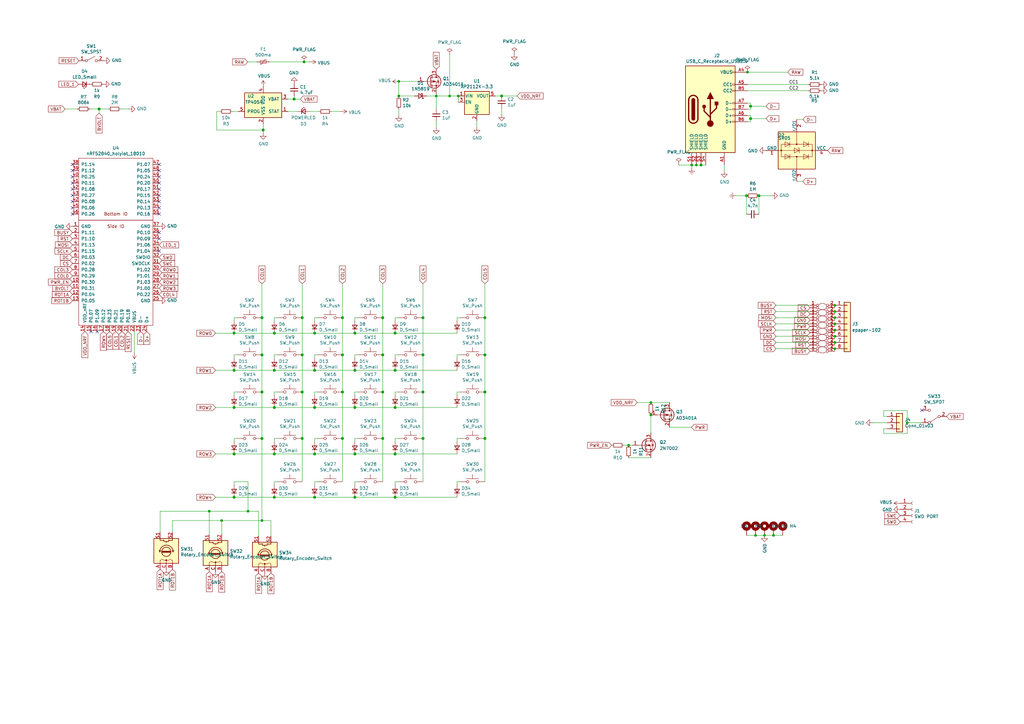
<source format=kicad_sch>
(kicad_sch (version 20211123) (generator eeschema)
  (paper "A3")
  (title_block (title "Hakea Wireless Keyboard") (date "2022-01-09") (rev "1.0") (company "TKW"))
  (junction (at 173.482 145.542) (diameter 1.016))
  (junction (at 173.482 179.832) (diameter 1.016))
  (junction (at 112.522 203.962) (diameter 1.016))
  (junction (at 162.052 186.182) (diameter 1.016))
  (junction (at 307.848 48.641) (diameter 1.016))
  (junction (at 101.727 209.677))
  (junction (at 145.542 167.132) (diameter 1.016))
  (junction (at 163.576 33.401))
  (junction (at 317.246 219.583))
  (junction (at 85.852 209.677))
  (junction (at 342.392 143.002))
  (junction (at 112.522 136.652) (diameter 1.016))
  (junction (at 187.96 39.37))
  (junction (at 342.392 127.762))
  (junction (at 342.392 140.462))
  (junction (at 287.528 67.691))
  (junction (at 112.522 186.182) (diameter 1.016))
  (junction (at 342.392 125.222))
  (junction (at 90.932 213.487))
  (junction (at 163.576 39.37))
  (junction (at 198.882 145.542) (diameter 1.016))
  (junction (at 307.848 43.561) (diameter 1.016))
  (junction (at 107.442 130.302) (diameter 1.016))
  (junction (at 107.442 145.542) (diameter 1.016))
  (junction (at 129.032 203.962) (diameter 1.016))
  (junction (at 311.277 80.264) (diameter 1.016))
  (junction (at 162.052 167.132) (diameter 1.016))
  (junction (at 309.88 219.583))
  (junction (at 162.052 203.962) (diameter 1.016))
  (junction (at 140.462 130.302) (diameter 1.016))
  (junction (at 96.012 186.182) (diameter 1.016))
  (junction (at 266.954 165.1))
  (junction (at 123.952 179.832) (diameter 1.016))
  (junction (at 140.462 179.832) (diameter 1.016))
  (junction (at 162.052 151.892) (diameter 1.016))
  (junction (at 123.952 160.782) (diameter 1.016))
  (junction (at 140.462 145.542) (diameter 1.016))
  (junction (at 283.718 67.691))
  (junction (at 342.392 137.922))
  (junction (at 107.95 53.34) (diameter 1.016))
  (junction (at 96.012 136.652) (diameter 1.016))
  (junction (at 107.442 179.832) (diameter 1.016))
  (junction (at 342.392 135.382))
  (junction (at 129.032 136.652) (diameter 1.016))
  (junction (at 112.522 167.132) (diameter 1.016))
  (junction (at 156.972 145.542) (diameter 1.016))
  (junction (at 306.578 29.591))
  (junction (at 156.972 130.302) (diameter 1.016))
  (junction (at 112.522 151.892) (diameter 1.016))
  (junction (at 120.65 40.64) (diameter 1.016))
  (junction (at 257.81 182.626))
  (junction (at 96.012 167.132) (diameter 1.016))
  (junction (at 129.032 186.182) (diameter 1.016))
  (junction (at 129.032 151.892) (diameter 1.016))
  (junction (at 198.882 160.782) (diameter 1.016))
  (junction (at 173.482 160.782) (diameter 1.016))
  (junction (at 198.882 179.832) (diameter 1.016))
  (junction (at 96.012 203.962) (diameter 1.016))
  (junction (at 198.882 130.302) (diameter 1.016))
  (junction (at 266.954 170.18))
  (junction (at 107.442 160.782) (diameter 1.016))
  (junction (at 173.482 130.302) (diameter 1.016))
  (junction (at 40.64 44.704) (diameter 1.016))
  (junction (at 145.542 136.652) (diameter 1.016))
  (junction (at 178.943 39.37))
  (junction (at 306.197 80.264) (diameter 1.016))
  (junction (at 124.714 25.4))
  (junction (at 313.563 219.583))
  (junction (at 342.392 130.302))
  (junction (at 145.542 186.182) (diameter 1.016))
  (junction (at 372.11 173.355))
  (junction (at 123.952 130.302) (diameter 1.016))
  (junction (at 140.462 160.782) (diameter 1.016))
  (junction (at 162.052 136.652) (diameter 1.016))
  (junction (at 145.542 151.892) (diameter 1.016))
  (junction (at 285.623 67.691))
  (junction (at 96.012 151.892) (diameter 1.016))
  (junction (at 107.442 213.487))
  (junction (at 129.032 167.132) (diameter 1.016))
  (junction (at 184.404 39.37))
  (junction (at 123.952 145.542) (diameter 1.016))
  (junction (at 156.972 160.782) (diameter 1.016))
  (junction (at 205.74 39.37) (diameter 1.016))
  (junction (at 145.542 203.962) (diameter 1.016))
  (junction (at 156.972 179.832) (diameter 1.016))
  (junction (at 342.392 132.842))
  (no_connect (at 378.079 168.275))
  (no_connect (at 65.278 102.997))
  (no_connect (at 29.718 72.517))
  (no_connect (at 29.718 69.977))
  (no_connect (at 29.718 77.597))
  (no_connect (at 29.718 75.057))
  (no_connect (at 29.718 67.437))
  (no_connect (at 65.278 72.517))
  (no_connect (at 65.278 75.057))
  (no_connect (at 65.278 77.597))
  (no_connect (at 65.278 82.677))
  (no_connect (at 65.278 67.437))
  (no_connect (at 65.278 69.977))
  (no_connect (at 65.278 80.137))
  (no_connect (at 65.278 85.217))
  (no_connect (at 65.278 87.757))
  (no_connect (at 29.718 80.137))
  (no_connect (at 29.718 82.677))
  (no_connect (at 29.718 85.217))
  (no_connect (at 29.718 87.757))
  (no_connect (at 37.338 136.017))
  (no_connect (at 39.878 136.017))
  (no_connect (at 65.278 95.377))
  (no_connect (at 65.278 97.917))
  (wire (pts (xy 318.262 143.002) (xy 332.232 143.002)))
  (wire (pts (xy 123.952 179.832) (xy 123.952 197.612)))
  (wire (pts (xy 156.972 130.302) (xy 156.972 145.542)))
  (wire (pts (xy 306.197 219.583) (xy 309.88 219.583)))
  (wire (pts (xy 187.452 197.612) (xy 188.722 197.612)))
  (wire (pts (xy 307.848 42.291) (xy 307.848 43.561)))
  (wire (pts (xy 306.578 42.291) (xy 307.848 42.291)))
  (wire (pts (xy 112.522 181.102) (xy 112.522 179.832)))
  (wire (pts (xy 36.83 44.704) (xy 40.64 44.704)))
  (wire (pts (xy 129.032 151.892) (xy 145.542 151.892)))
  (wire (pts (xy 163.576 33.401) (xy 171.323 33.401)))
  (wire (pts (xy 318.262 130.302) (xy 332.232 130.302)))
  (wire (pts (xy 88.392 167.132) (xy 96.012 167.132)))
  (wire (pts (xy 129.032 160.782) (xy 130.302 160.782)))
  (wire (pts (xy 129.032 181.102) (xy 129.032 179.832)))
  (wire (pts (xy 120.65 40.64) (xy 123.19 40.64)))
  (wire (pts (xy 95.25 45.72) (xy 97.79 45.72)))
  (wire (pts (xy 140.462 179.832) (xy 140.462 197.612)))
  (wire (pts (xy 140.462 130.302) (xy 140.462 145.542)))
  (wire (pts (xy 101.727 197.612) (xy 101.727 209.677)))
  (wire (pts (xy 88.9 45.72) (xy 88.9 53.34)))
  (wire (pts (xy 195.58 49.53) (xy 195.58 52.197)))
  (wire (pts (xy 96.012 130.302) (xy 97.282 130.302)))
  (wire (pts (xy 112.522 198.882) (xy 112.522 197.612)))
  (wire (pts (xy 307.848 43.561) (xy 314.198 43.561)))
  (wire (pts (xy 40.64 44.704) (xy 40.64 46.482)))
  (wire (pts (xy 198.882 145.542) (xy 198.882 160.782)))
  (wire (pts (xy 96.012 145.542) (xy 97.282 145.542)))
  (wire (pts (xy 311.277 87.884) (xy 311.277 80.264)))
  (wire (pts (xy 65.659 218.313) (xy 65.659 209.677)))
  (wire (pts (xy 49.53 44.704) (xy 52.832 44.704)))
  (wire (pts (xy 318.262 125.222) (xy 332.232 125.222)))
  (wire (pts (xy 307.848 44.831) (xy 306.578 44.831)))
  (wire (pts (xy 306.197 80.264) (xy 306.197 87.884)))
  (wire (pts (xy 88.392 136.652) (xy 96.012 136.652)))
  (wire (pts (xy 145.542 146.812) (xy 145.542 145.542)))
  (wire (pts (xy 187.452 181.102) (xy 187.452 179.832)))
  (wire (pts (xy 342.392 125.222) (xy 342.392 126.238)))
  (wire (pts (xy 112.522 136.652) (xy 129.032 136.652)))
  (wire (pts (xy 96.012 186.182) (xy 112.522 186.182)))
  (wire (pts (xy 306.578 47.371) (xy 307.848 47.371)))
  (wire (pts (xy 178.943 49.784) (xy 178.943 52.324)))
  (wire (pts (xy 123.952 116.332) (xy 123.952 130.302)))
  (wire (pts (xy 70.739 213.487) (xy 90.932 213.487)))
  (wire (pts (xy 162.052 145.542) (xy 163.322 145.542)))
  (wire (pts (xy 118.11 40.64) (xy 120.65 40.64)))
  (wire (pts (xy 112.522 131.572) (xy 112.522 130.302)))
  (wire (pts (xy 106.045 219.837) (xy 106.045 209.677)))
  (wire (pts (xy 112.522 197.612) (xy 113.792 197.612)))
  (wire (pts (xy 162.052 197.612) (xy 163.322 197.612)))
  (wire (pts (xy 372.11 173.355) (xy 378.079 173.355)))
  (wire (pts (xy 163.576 33.401) (xy 163.576 39.37)))
  (wire (pts (xy 283.591 175.26) (xy 274.574 175.26)))
  (wire (pts (xy 257.81 187.706) (xy 266.954 187.706)))
  (wire (pts (xy 65.659 209.677) (xy 85.852 209.677)))
  (wire (pts (xy 129.032 131.572) (xy 129.032 130.302)))
  (wire (pts (xy 85.852 219.202) (xy 85.852 209.677)))
  (wire (pts (xy 162.052 181.102) (xy 162.052 179.832)))
  (wire (pts (xy 184.404 22.479) (xy 184.404 39.37)))
  (wire (pts (xy 145.542 197.612) (xy 146.812 197.612)))
  (wire (pts (xy 257.81 182.626) (xy 259.334 182.626)))
  (wire (pts (xy 129.032 162.052) (xy 129.032 160.782)))
  (wire (pts (xy 145.542 186.182) (xy 162.052 186.182)))
  (wire (pts (xy 96.012 198.882) (xy 96.012 197.612)))
  (wire (pts (xy 285.623 67.691) (xy 287.528 67.691)))
  (wire (pts (xy 163.576 39.37) (xy 163.576 39.624)))
  (wire (pts (xy 162.052 160.782) (xy 163.322 160.782)))
  (wire (pts (xy 342.392 132.842) (xy 342.392 133.858)))
  (wire (pts (xy 96.012 136.652) (xy 112.522 136.652)))
  (wire (pts (xy 145.542 162.052) (xy 145.542 160.782)))
  (wire (pts (xy 205.74 44.45) (xy 205.74 46.99)))
  (wire (pts (xy 156.972 116.332) (xy 156.972 130.302)))
  (wire (pts (xy 90.932 213.487) (xy 107.442 213.487)))
  (wire (pts (xy 342.392 143.002) (xy 342.392 144.018)))
  (wire (pts (xy 140.462 145.542) (xy 140.462 160.782)))
  (wire (pts (xy 198.882 179.832) (xy 198.882 197.612)))
  (wire (pts (xy 55.118 144.653) (xy 55.118 136.017)))
  (wire (pts (xy 357.886 173.355) (xy 363.855 173.355)))
  (wire (pts (xy 163.576 44.704) (xy 163.576 47.244)))
  (wire (pts (xy 96.012 131.572) (xy 96.012 130.302)))
  (wire (pts (xy 111.125 213.487) (xy 107.442 213.487)))
  (wire (pts (xy 187.452 146.812) (xy 187.452 145.542)))
  (wire (pts (xy 342.392 130.302) (xy 342.392 131.318)))
  (wire (pts (xy 156.972 145.542) (xy 156.972 160.782)))
  (wire (pts (xy 101.6 25.4) (xy 105.41 25.4)))
  (wire (pts (xy 156.972 160.782) (xy 156.972 179.832)))
  (wire (pts (xy 145.542 160.782) (xy 146.812 160.782)))
  (wire (pts (xy 145.542 203.962) (xy 162.052 203.962)))
  (wire (pts (xy 162.052 146.812) (xy 162.052 145.542)))
  (wire (pts (xy 118.11 45.72) (xy 121.92 45.72)))
  (wire (pts (xy 107.95 50.8) (xy 107.95 53.34)))
  (wire (pts (xy 96.012 197.612) (xy 101.727 197.612)))
  (wire (pts (xy 90.17 45.72) (xy 88.9 45.72)))
  (wire (pts (xy 261.366 165.1) (xy 266.954 165.1)))
  (wire (pts (xy 40.64 44.704) (xy 44.45 44.704)))
  (wire (pts (xy 96.012 203.962) (xy 112.522 203.962)))
  (wire (pts (xy 175.006 39.37) (xy 178.943 39.37)))
  (wire (pts (xy 173.482 116.332) (xy 173.482 130.302)))
  (wire (pts (xy 163.576 39.37) (xy 169.926 39.37)))
  (wire (pts (xy 326.771 74.422) (xy 329.311 74.422)))
  (wire (pts (xy 107.95 53.34) (xy 107.95 54.61)))
  (wire (pts (xy 178.943 39.37) (xy 178.943 44.704)))
  (wire (pts (xy 145.542 136.652) (xy 162.052 136.652)))
  (wire (pts (xy 96.012 162.052) (xy 96.012 160.782)))
  (wire (pts (xy 162.052 186.182) (xy 187.452 186.182)))
  (wire (pts (xy 173.482 160.782) (xy 173.482 179.832)))
  (wire (pts (xy 145.542 151.892) (xy 162.052 151.892)))
  (wire (pts (xy 283.718 67.691) (xy 285.623 67.691)))
  (wire (pts (xy 85.852 209.677) (xy 101.727 209.677)))
  (wire (pts (xy 123.952 160.782) (xy 123.952 179.832)))
  (wire (pts (xy 124.714 25.4) (xy 127 25.4)))
  (wire (pts (xy 145.542 181.102) (xy 145.542 179.832)))
  (wire (pts (xy 255.905 182.626) (xy 257.81 182.626)))
  (wire (pts (xy 145.542 179.832) (xy 146.812 179.832)))
  (wire (pts (xy 107.442 116.332) (xy 107.442 130.302)))
  (wire (pts (xy 129.032 167.132) (xy 145.542 167.132)))
  (wire (pts (xy 301.752 80.264) (xy 306.197 80.264)))
  (wire (pts (xy 145.542 145.542) (xy 146.812 145.542)))
  (wire (pts (xy 283.718 67.691) (xy 278.384 67.691)))
  (wire (pts (xy 205.74 39.37) (xy 212.09 39.37)))
  (wire (pts (xy 123.952 130.302) (xy 123.952 145.542)))
  (wire (pts (xy 187.452 131.572) (xy 187.452 130.302)))
  (wire (pts (xy 112.522 203.962) (xy 129.032 203.962)))
  (wire (pts (xy 287.528 67.691) (xy 289.433 67.691)))
  (wire (pts (xy 107.442 160.782) (xy 107.442 179.832)))
  (wire (pts (xy 266.954 165.1) (xy 274.574 165.1)))
  (wire (pts (xy 187.452 179.832) (xy 188.722 179.832)))
  (wire (pts (xy 318.262 137.922) (xy 332.232 137.922)))
  (wire (pts (xy 323.088 29.591) (xy 306.578 29.591)))
  (wire (pts (xy 283.718 68.961) (xy 283.718 67.691)))
  (wire (pts (xy 362.458 177.8) (xy 372.11 177.8)))
  (wire (pts (xy 112.522 146.812) (xy 112.522 145.542)))
  (wire (pts (xy 107.442 179.832) (xy 107.442 213.487)))
  (wire (pts (xy 156.972 179.832) (xy 156.972 197.612)))
  (wire (pts (xy 306.578 34.671) (xy 331.597 34.671)))
  (wire (pts (xy 317.246 219.583) (xy 321.056 219.583)))
  (wire (pts (xy 96.012 151.892) (xy 112.522 151.892)))
  (wire (pts (xy 129.032 146.812) (xy 129.032 145.542)))
  (wire (pts (xy 184.404 39.37) (xy 187.96 39.37)))
  (wire (pts (xy 129.032 130.302) (xy 130.302 130.302)))
  (wire (pts (xy 96.012 167.132) (xy 112.522 167.132)))
  (wire (pts (xy 203.2 39.37) (xy 205.74 39.37)))
  (wire (pts (xy 162.052 131.572) (xy 162.052 130.302)))
  (wire (pts (xy 145.542 167.132) (xy 162.052 167.132)))
  (wire (pts (xy 110.49 25.4) (xy 124.714 25.4)))
  (wire (pts (xy 318.262 132.842) (xy 332.232 132.842)))
  (wire (pts (xy 106.045 209.677) (xy 101.727 209.677)))
  (wire (pts (xy 178.943 38.481) (xy 178.943 39.37)))
  (wire (pts (xy 162.052 179.832) (xy 163.322 179.832)))
  (wire (pts (xy 127 45.72) (xy 130.81 45.72)))
  (wire (pts (xy 313.563 219.583) (xy 317.246 219.583)))
  (wire (pts (xy 342.392 140.462) (xy 342.392 141.478)))
  (wire (pts (xy 120.65 39.37) (xy 120.65 40.64)))
  (wire (pts (xy 342.392 137.922) (xy 342.392 138.938)))
  (wire (pts (xy 70.739 218.313) (xy 70.739 213.487)))
  (wire (pts (xy 107.442 130.302) (xy 107.442 145.542)))
  (wire (pts (xy 307.848 47.371) (xy 307.848 48.641)))
  (wire (pts (xy 198.882 160.782) (xy 198.882 179.832)))
  (wire (pts (xy 178.943 39.37) (xy 184.404 39.37)))
  (wire (pts (xy 187.452 160.782) (xy 188.722 160.782)))
  (wire (pts (xy 107.442 145.542) (xy 107.442 160.782)))
  (wire (pts (xy 123.952 145.542) (xy 123.952 160.782)))
  (wire (pts (xy 112.522 179.832) (xy 113.792 179.832)))
  (wire (pts (xy 96.012 146.812) (xy 96.012 145.542)))
  (wire (pts (xy 112.522 145.542) (xy 113.792 145.542)))
  (wire (pts (xy 129.032 136.652) (xy 145.542 136.652)))
  (wire (pts (xy 372.11 168.402) (xy 362.458 168.402)))
  (wire (pts (xy 342.392 127.762) (xy 342.392 128.778)))
  (wire (pts (xy 187.452 145.542) (xy 188.722 145.542)))
  (wire (pts (xy 372.11 173.355) (xy 372.11 168.402)))
  (wire (pts (xy 96.012 179.832) (xy 97.282 179.832)))
  (wire (pts (xy 318.262 127.762) (xy 332.232 127.762)))
  (wire (pts (xy 129.032 203.962) (xy 145.542 203.962)))
  (wire (pts (xy 26.67 44.704) (xy 31.75 44.704)))
  (wire (pts (xy 112.522 167.132) (xy 129.032 167.132)))
  (wire (pts (xy 145.542 130.302) (xy 146.812 130.302)))
  (wire (pts (xy 187.452 198.882) (xy 187.452 197.612)))
  (wire (pts (xy 162.052 203.962) (xy 187.452 203.962)))
  (wire (pts (xy 326.771 49.022) (xy 329.311 49.022)))
  (wire (pts (xy 307.848 48.641) (xy 307.848 49.911)))
  (wire (pts (xy 173.482 145.542) (xy 173.482 160.782)))
  (wire (pts (xy 187.96 39.37) (xy 187.96 41.91)))
  (wire (pts (xy 88.9 53.34) (xy 107.95 53.34)))
  (wire (pts (xy 96.012 181.102) (xy 96.012 179.832)))
  (wire (pts (xy 162.052 167.132) (xy 187.452 167.132)))
  (wire (pts (xy 111.125 219.837) (xy 111.125 213.487)))
  (wire (pts (xy 173.482 130.302) (xy 173.482 145.542)))
  (wire (pts (xy 306.578 37.211) (xy 331.597 37.211)))
  (wire (pts (xy 162.052 162.052) (xy 162.052 160.782)))
  (wire (pts (xy 129.032 186.182) (xy 145.542 186.182)))
  (wire (pts (xy 145.542 198.882) (xy 145.542 197.612)))
  (wire (pts (xy 297.053 67.691) (xy 297.053 70.231)))
  (wire (pts (xy 342.392 135.382) (xy 342.392 136.398)))
  (wire (pts (xy 309.88 219.583) (xy 313.563 219.583)))
  (wire (pts (xy 278.384 67.691) (xy 278.384 67.437)))
  (wire (pts (xy 198.882 130.302) (xy 198.882 145.542)))
  (wire (pts (xy 112.522 151.892) (xy 129.032 151.892)))
  (wire (pts (xy 129.032 198.882) (xy 129.032 197.612)))
  (wire (pts (xy 363.855 175.895) (xy 362.458 175.895)))
  (wire (pts (xy 362.458 175.895) (xy 362.458 177.8)))
  (wire (pts (xy 362.458 168.402) (xy 362.458 170.815)))
  (wire (pts (xy 307.848 49.911) (xy 306.578 49.911)))
  (wire (pts (xy 112.522 160.782) (xy 113.792 160.782)))
  (wire (pts (xy 129.032 145.542) (xy 130.302 145.542)))
  (wire (pts (xy 145.542 131.572) (xy 145.542 130.302)))
  (wire (pts (xy 173.482 179.832) (xy 173.482 197.612)))
  (wire (pts (xy 112.522 186.182) (xy 129.032 186.182)))
  (wire (pts (xy 135.89 45.72) (xy 139.7 45.72)))
  (wire (pts (xy 362.458 170.815) (xy 363.855 170.815)))
  (wire (pts (xy 162.052 136.652) (xy 187.452 136.652)))
  (wire (pts (xy 187.452 162.052) (xy 187.452 160.782)))
  (wire (pts (xy 266.954 170.18) (xy 266.954 177.546)))
  (wire (pts (xy 162.052 151.892) (xy 187.452 151.892)))
  (wire (pts (xy 88.392 203.962) (xy 96.012 203.962)))
  (wire (pts (xy 112.522 130.302) (xy 113.792 130.302)))
  (wire (pts (xy 88.392 151.892) (xy 96.012 151.892)))
  (wire (pts (xy 307.848 43.561) (xy 307.848 44.831)))
  (wire (pts (xy 318.262 140.462) (xy 332.232 140.462)))
  (wire (pts (xy 129.032 197.612) (xy 130.302 197.612)))
  (wire (pts (xy 372.11 177.8) (xy 372.11 173.355)))
  (wire (pts (xy 88.392 186.182) (xy 96.012 186.182)))
  (wire (pts (xy 187.452 130.302) (xy 188.722 130.302)))
  (wire (pts (xy 112.522 162.052) (xy 112.522 160.782)))
  (wire (pts (xy 140.462 116.332) (xy 140.462 130.302)))
  (wire (pts (xy 162.052 130.302) (xy 163.322 130.302)))
  (wire (pts (xy 198.882 116.332) (xy 198.882 130.302)))
  (wire (pts (xy 318.262 135.382) (xy 332.232 135.382)))
  (wire (pts (xy 129.032 179.832) (xy 130.302 179.832)))
  (wire (pts (xy 140.462 160.782) (xy 140.462 179.832)))
  (wire (pts (xy 311.277 80.264) (xy 316.357 80.264)))
  (wire (pts (xy 90.932 219.202) (xy 90.932 213.487)))
  (wire (pts (xy 96.012 160.782) (xy 97.282 160.782)))
  (wire (pts (xy 307.848 48.641) (xy 314.198 48.641)))
  (wire (pts (xy 162.052 198.882) (xy 162.052 197.612)))
  (label "CC1" (at 323.596 34.671 0))
  (label "CC2" (at 323.596 37.211 0))
  (global_label "DC" (shape input) (at 332.232 128.778 180) (property "Intersheet References" "${INTERSHEET_REFS}" (effects hide)))
  (global_label "ROW2" (shape input) (at 88.392 167.132 180) (property "Intersheet References" "${INTERSHEET_REFS}" (effects hide)))
  (global_label "ROW0" (shape input) (at 88.392 136.652 180) (property "Intersheet References" "${INTERSHEET_REFS}" (effects hide)))
  (global_label "D-" (shape input) (at 329.311 49.022 0) (property "Intersheet References" "${INTERSHEET_REFS}" (effects hide)))
  (global_label "COL0" (shape input) (at 107.442 116.332 90) (property "Intersheet References" "${INTERSHEET_REFS}" (effects hide)))
  (global_label "BUSY" (shape input) (at 29.718 95.377 180) (property "Intersheet References" "${INTERSHEET_REFS}" (effects hide)))
  (global_label "MOSI" (shape input) (at 332.232 138.938 180) (property "Intersheet References" "${INTERSHEET_REFS}" (effects hide)))
  (global_label "COL3" (shape input) (at 156.972 116.332 90) (property "Intersheet References" "${INTERSHEET_REFS}" (effects hide)))
  (global_label "COL1" (shape input) (at 123.952 116.332 90) (property "Intersheet References" "${INTERSHEET_REFS}" (effects hide)))
  (global_label "ROW3" (shape input) (at 88.392 186.182 180) (property "Intersheet References" "${INTERSHEET_REFS}" (effects hide)))
  (global_label "VDD_NRF" (shape input) (at 261.366 165.1 180) (property "Intersheet References" "${INTERSHEET_REFS}" (effects hide)))
  (global_label "MOSI" (shape input) (at 29.718 100.457 180) (property "Intersheet References" "${INTERSHEET_REFS}" (effects hide)))
  (global_label "VBAT" (shape input) (at 178.943 28.321 90) (property "Intersheet References" "${INTERSHEET_REFS}" (effects hide)))
  (global_label "D-" (shape input) (at 314.198 43.561 0) (property "Intersheet References" "${INTERSHEET_REFS}" (effects hide)))
  (global_label "COL2" (shape input) (at 50.038 136.017 270) (property "Intersheet References" "${INTERSHEET_REFS}" (effects hide)))
  (global_label "PWR_EN" (shape input) (at 250.825 182.626 180) (property "Intersheet References" "${INTERSHEET_REFS}" (effects hide)))
  (global_label "CS" (shape input) (at 318.262 143.002 180) (property "Intersheet References" "${INTERSHEET_REFS}" (effects hide)))
  (global_label "SCLK" (shape input) (at 29.718 102.997 180) (property "Intersheet References" "${INTERSHEET_REFS}" (effects hide)))
  (global_label "BVOLT" (shape input) (at 40.64 46.482 270) (property "Intersheet References" "${INTERSHEET_REFS}" (effects hide)))
  (global_label "DC" (shape input) (at 318.262 140.462 180) (property "Intersheet References" "${INTERSHEET_REFS}" (effects hide)))
  (global_label "LED_1" (shape input) (at 65.278 100.457 0) (property "Intersheet References" "${INTERSHEET_REFS}" (effects hide)))
  (global_label "ROW4" (shape input) (at 42.418 136.017 270) (property "Intersheet References" "${INTERSHEET_REFS}" (effects hide)))
  (global_label "COL3" (shape input) (at 29.718 110.617 180) (property "Intersheet References" "${INTERSHEET_REFS}" (effects hide)))
  (global_label "COL1" (shape input) (at 47.498 136.017 270) (property "Intersheet References" "${INTERSHEET_REFS}" (effects hide)))
  (global_label "SCLK" (shape input) (at 332.232 136.398 180) (property "Intersheet References" "${INTERSHEET_REFS}" (effects hide)))
  (global_label "DC" (shape input) (at 29.718 105.537 180) (property "Intersheet References" "${INTERSHEET_REFS}" (effects hide)))
  (global_label "ROT1A" (shape input) (at 106.045 235.077 270) (property "Intersheet References" "${INTERSHEET_REFS}" (effects hide)))
  (global_label "LED_1" (shape input) (at 32.131 34.544 180) (property "Intersheet References" "${INTERSHEET_REFS}" (effects hide)))
  (global_label "RST" (shape input) (at 29.718 97.917 180) (property "Intersheet References" "${INTERSHEET_REFS}" (effects hide)))
  (global_label "ROT1B" (shape input) (at 29.718 123.317 180) (property "Intersheet References" "${INTERSHEET_REFS}" (effects hide)))
  (global_label "COL4" (shape input) (at 65.278 120.777 0) (property "Intersheet References" "${INTERSHEET_REFS}" (effects hide)))
  (global_label "COL5" (shape input) (at 198.882 116.332 90) (property "Intersheet References" "${INTERSHEET_REFS}" (effects hide)))
  (global_label "BUSY" (shape input) (at 332.232 144.018 180) (property "Intersheet References" "${INTERSHEET_REFS}" (effects hide)))
  (global_label "CS" (shape input) (at 332.232 126.238 180) (property "Intersheet References" "${INTERSHEET_REFS}" (effects hide)))
  (global_label "ROW3" (shape input) (at 65.278 118.237 0) (property "Intersheet References" "${INTERSHEET_REFS}" (effects hide)))
  (global_label "D+" (shape input) (at 314.198 48.641 0) (property "Intersheet References" "${INTERSHEET_REFS}" (effects hide)))
  (global_label "D+" (shape input) (at 60.198 136.017 270) (property "Intersheet References" "${INTERSHEET_REFS}" (effects hide)))
  (global_label "MOSI" (shape input) (at 318.262 130.302 180) (property "Intersheet References" "${INTERSHEET_REFS}" (effects hide)))
  (global_label "ROT1B" (shape input) (at 90.932 234.442 270) (property "Intersheet References" "${INTERSHEET_REFS}" (effects hide)))
  (global_label "BUSY" (shape input) (at 318.262 125.222 180) (property "Intersheet References" "${INTERSHEET_REFS}" (effects hide)))
  (global_label "COL2" (shape input) (at 140.462 116.332 90) (property "Intersheet References" "${INTERSHEET_REFS}" (effects hide)))
  (global_label "PWR" (shape input) (at 332.232 133.858 180) (property "Intersheet References" "${INTERSHEET_REFS}" (effects hide)))
  (global_label "RST" (shape input) (at 332.232 141.478 180) (property "Intersheet References" "${INTERSHEET_REFS}" (effects hide)))
  (global_label "GND" (shape input) (at 332.232 131.318 180) (property "Intersheet References" "${INTERSHEET_REFS}" (effects hide)))
  (global_label "PWR" (shape input) (at 283.591 175.26 0) (property "Intersheet References" "${INTERSHEET_REFS}" (effects hide)))
  (global_label "ROT1A" (shape input) (at 85.852 234.442 270) (property "Intersheet References" "${INTERSHEET_REFS}" (effects hide)))
  (global_label "ROT1B" (shape input) (at 111.125 235.077 270) (property "Intersheet References" "${INTERSHEET_REFS}" (effects hide)))
  (global_label "ROT1A" (shape input) (at 65.659 233.553 270) (property "Intersheet References" "${INTERSHEET_REFS}" (effects hide)))
  (global_label "RESET" (shape input) (at 32.385 24.892 180) (property "Intersheet References" "${INTERSHEET_REFS}" (effects hide)))
  (global_label "RAW" (shape input) (at 101.6 25.4 180) (property "Intersheet References" "${INTERSHEET_REFS}" (effects hide)))
  (global_label "VBAT" (shape input) (at 123.19 40.64 0) (property "Intersheet References" "${INTERSHEET_REFS}" (effects hide)))
  (global_label "RST" (shape input) (at 318.262 127.762 180) (property "Intersheet References" "${INTERSHEET_REFS}" (effects hide)))
  (global_label "BVOLT" (shape input) (at 29.718 118.237 180) (property "Intersheet References" "${INTERSHEET_REFS}" (effects hide)))
  (global_label "ROW4" (shape input) (at 88.392 203.962 180) (property "Intersheet References" "${INTERSHEET_REFS}" (effects hide)))
  (global_label "VBAT" (shape input) (at 388.239 170.815 0) (property "Intersheet References" "${INTERSHEET_REFS}" (effects hide)))
  (global_label "GND" (shape input) (at 318.262 137.922 180) (property "Intersheet References" "${INTERSHEET_REFS}" (effects hide)))
  (global_label "SWD" (shape input) (at 369.189 213.995 180) (property "Intersheet References" "${INTERSHEET_REFS}" (effects hide)))
  (global_label "VDD_NRF" (shape input) (at 212.09 39.37 0) (property "Intersheet References" "${INTERSHEET_REFS}" (effects hide)))
  (global_label "ROW1" (shape input) (at 65.278 113.157 0) (property "Intersheet References" "${INTERSHEET_REFS}" (effects hide)))
  (global_label "VBAT" (shape input) (at 26.67 44.704 180) (property "Intersheet References" "${INTERSHEET_REFS}" (effects hide)))
  (global_label "COL4" (shape input) (at 173.482 116.332 90) (property "Intersheet References" "${INTERSHEET_REFS}" (effects hide)))
  (global_label "D+" (shape input) (at 329.311 74.422 0) (property "Intersheet References" "${INTERSHEET_REFS}" (effects hide)))
  (global_label "VDD_NRF" (shape input) (at 34.798 136.017 270) (property "Intersheet References" "${INTERSHEET_REFS}" (effects hide)))
  (global_label "RAW" (shape input) (at 339.471 61.722 0) (property "Intersheet References" "${INTERSHEET_REFS}" (effects hide)))
  (global_label "SWD" (shape input) (at 65.278 105.537 0) (property "Intersheet References" "${INTERSHEET_REFS}" (effects hide)))
  (global_label "SCLK" (shape input) (at 318.262 132.842 180) (property "Intersheet References" "${INTERSHEET_REFS}" (effects hide)))
  (global_label "ROW0" (shape input) (at 65.278 110.617 0) (property "Intersheet References" "${INTERSHEET_REFS}" (effects hide)))
  (global_label "PWR" (shape input) (at 318.262 135.382 180) (property "Intersheet References" "${INTERSHEET_REFS}" (effects hide)))
  (global_label "CS" (shape input) (at 29.718 108.077 180) (property "Intersheet References" "${INTERSHEET_REFS}" (effects hide)))
  (global_label "ROT1A" (shape input) (at 29.718 120.777 180) (property "Intersheet References" "${INTERSHEET_REFS}" (effects hide)))
  (global_label "COL5" (shape input) (at 44.958 136.017 270) (property "Intersheet References" "${INTERSHEET_REFS}" (effects hide)))
  (global_label "RESET" (shape input) (at 52.578 136.017 270) (property "Intersheet References" "${INTERSHEET_REFS}" (effects hide)))
  (global_label "RAW" (shape input) (at 323.088 29.591 0) (property "Intersheet References" "${INTERSHEET_REFS}" (effects hide)))
  (global_label "ROW2" (shape input) (at 65.278 115.697 0) (property "Intersheet References" "${INTERSHEET_REFS}" (effects hide)))
  (global_label "D-" (shape input) (at 57.658 136.017 270) (property "Intersheet References" "${INTERSHEET_REFS}" (effects hide)))
  (global_label "SWC" (shape input) (at 65.278 108.077 0) (property "Intersheet References" "${INTERSHEET_REFS}" (effects hide)))
  (global_label "ROW1" (shape input) (at 88.392 151.892 180) (property "Intersheet References" "${INTERSHEET_REFS}" (effects hide)))
  (global_label "ROT1B" (shape input) (at 70.739 233.553 270) (property "Intersheet References" "${INTERSHEET_REFS}" (effects hide)))
  (global_label "SWC" (shape input) (at 369.189 211.455 180) (property "Intersheet References" "${INTERSHEET_REFS}" (effects hide)))
  (global_label "PWR_EN" (shape input) (at 29.718 115.697 180) (property "Intersheet References" "${INTERSHEET_REFS}" (effects hide)))
  (global_label "COL0" (shape input) (at 29.718 113.157 180) (property "Intersheet References" "${INTERSHEET_REFS}" (effects hide)))
  (symbol (lib_id "nrf52840_holyiot_18010:nRF52840_holyiot_18010") (at 47.498 99.187 0) (unit 1)
    (property "Reference" "U4" (at 47.498 60.706 0))
    (property "Value" "nRF52840_holyiot_18010" (at 47.498 63.0174 0))
    (property "Footprint" "Grandiceps:nRF52840_holyiot_18010_copy" (effects hide))
    (property "Datasheet" "http://www.holyiot.com/tp/2019042516322180424.pdf" (effects hide))
  )
  (symbol (lib_id "power:GND") (at 65.278 92.837 90) (unit 1)
    (property "Reference" "#PWR023" (effects hide))
    (property "Value" "GND" (at 68.5292 92.71 90) (effects (justify right)))
  )
  (symbol (lib_id "power:GND") (at 29.718 92.837 270) (unit 1)
    (property "Reference" "#PWR022" (effects hide))
    (property "Value" "GND" (at 26.4668 92.964 90) (effects (justify right)))
  )
  (symbol (lib_id "power:GND") (at 65.278 123.317 90) (unit 1)
    (property "Reference" "#PWR025" (effects hide))
    (property "Value" "GND" (at 68.5292 123.19 90) (effects (justify right)))
  )
  (symbol (lib_id "power:GND") (at 369.189 208.915 270) (unit 1)
    (property "Reference" "#PWR031" (effects hide))
    (property "Value" "GND" (at 365.9378 209.042 90) (effects (justify right)))
  )
  (symbol (lib_id "power:Earth") (at 301.752 80.264 270) (unit 1)
    (property "Reference" "#PWR017" (effects hide))
    (property "Value" "Earth" (effects hide))
  )
  (symbol (lib_id "Device:R_Small") (at 308.737 80.264 270) (unit 1)
    (property "Reference" "R6" (at 308.737 75.2856 90))
    (property "Value" "1M" (at 308.737 77.597 90))
    (property "Footprint" "Library:R_0805_2012Metric" (effects hide))
  )
  (symbol (lib_id "Device:C_Small") (at 308.737 87.884 270) (unit 1)
    (property "Reference" "C4" (at 308.737 82.0674 90))
    (property "Value" "4.7n" (at 308.737 84.3788 90))
    (property "Footprint" "Library:C_1206_3216Metric" (effects hide))
  )
  (symbol (lib_id "power:GND") (at 316.357 80.264 90) (unit 1)
    (property "Reference" "#PWR018" (effects hide))
    (property "Value" "GND" (at 319.6082 80.137 90) (effects (justify right)))
  )
  (symbol (lib_id "Device:Polyfuse_Small") (at 107.95 25.4 270) (unit 1)
    (property "Reference" "F1" (at 107.95 20.193 90))
    (property "Value" "500ma" (at 107.95 22.5044 90))
    (property "Footprint" "Library:Fuse_1206_3216Metric" (effects hide))
  )
  (symbol (lib_id "power:VBUS") (at 127 25.4 270) (unit 1)
    (property "Reference" "#PWR01" (effects hide))
    (property "Value" "VBUS" (at 130.2512 25.781 90) (effects (justify left)))
  )
  (symbol (lib_id "Battery_Management:MCP73831-3-OT") (at 107.95 43.18 0) (unit 1)
    (property "Reference" "U2" (at 102.87 39.37 0))
    (property "Value" "TP4054" (at 104.14 41.91 0))
    (property "Footprint" "Package_TO_SOT_SMD:SOT-23-5" (effects hide))
    (property "Datasheet" "http://ww1.microchip.com/downloads/en/DeviceDoc/20001984g.pdf" (effects hide))
  )
  (symbol (lib_id "power:VBUS") (at 107.95 35.56 0) (unit 1)
    (property "Reference" "#PWR06" (effects hide))
    (property "Value" "VBUS" (at 108.331 31.1658 0))
  )
  (symbol (lib_id "power:GND") (at 107.95 54.61 0) (unit 1)
    (property "Reference" "#PWR015" (effects hide))
    (property "Value" "GND" (at 108.077 59.0042 0))
  )
  (symbol (lib_id "Device:R_Small") (at 92.71 45.72 90) (unit 1)
    (property "Reference" "R3" (at 92.71 50.8 90))
    (property "Value" "10k" (at 92.71 48.26 90))
    (property "Footprint" "Library:R_0805_2012Metric" (effects hide))
  )
  (symbol (lib_id "Device:LED_Small") (at 124.46 45.72 0) (unit 1)
    (property "Reference" "D3" (at 124.46 50.8 0))
    (property "Value" "POWERLED" (at 124.46 48.26 0))
    (property "Footprint" "Library:D_0805_2012Metric" (effects hide))
  )
  (symbol (lib_id "Device:R_Small") (at 133.35 45.72 270) (unit 1)
    (property "Reference" "R4" (at 133.35 50.8 90))
    (property "Value" "1k" (at 133.35 48.26 90))
    (property "Footprint" "Library:R_0805_2012Metric" (effects hide))
  )
  (symbol (lib_id "power:VBUS") (at 139.7 45.72 270) (unit 1)
    (property "Reference" "#PWR09" (effects hide))
    (property "Value" "VBUS" (at 142.9512 46.101 90) (effects (justify left)))
  )
  (symbol (lib_id "Device:C_Small") (at 120.65 36.83 180) (unit 1)
    (property "Reference" "C1" (at 122.9868 35.6616 0) (effects (justify right)))
    (property "Value" "4.7uF" (at 122.9868 37.973 0) (effects (justify right)))
    (property "Footprint" "Library:C_0805_2012Metric" (effects hide))
  )
  (symbol (lib_id "power:GND") (at 120.65 34.29 180) (unit 1)
    (property "Reference" "#PWR05" (effects hide))
    (property "Value" "GND" (at 120.523 29.8958 0))
  )
  (symbol (lib_id "Device:R_Small") (at 34.29 44.704 270) (unit 1)
    (property "Reference" "R7" (at 34.29 39.7256 90))
    (property "Value" "806k" (at 34.29 42.037 90))
    (property "Footprint" "Library:R_0805_2012Metric" (effects hide))
  )
  (symbol (lib_id "Device:R_Small") (at 46.99 44.704 270) (unit 1)
    (property "Reference" "R8" (at 46.99 39.7256 90))
    (property "Value" "2M" (at 46.99 42.037 90))
    (property "Footprint" "Library:R_0805_2012Metric" (effects hide))
  )
  (symbol (lib_id "power:GND") (at 52.832 44.704 90) (unit 1)
    (property "Reference" "#PWR020" (effects hide))
    (property "Value" "GND" (at 56.0832 44.577 90) (effects (justify right)))
  )
  (symbol (lib_id "Regulator_Linear:AP2112K-3.3") (at 195.58 41.91 0) (unit 1)
    (property "Reference" "U1" (at 195.58 33.2232 0))
    (property "Value" "AP2112K-3.3" (at 195.58 35.5346 0))
    (property "Footprint" "Package_TO_SOT_SMD:SOT-23-5" (effects hide))
    (property "Datasheet" "https://www.diodes.com/assets/Datasheets/AP2112.pdf" (effects hide))
  )
  (symbol (lib_id "power:GND") (at 195.58 52.197 0) (unit 1)
    (property "Reference" "#PWR013" (effects hide))
    (property "Value" "GND" (at 195.707 56.5912 0))
  )
  (symbol (lib_id "Transistor_FET:AO3401A") (at 176.403 33.401 0) (unit 1)
    (property "Reference" "Q1" (at 181.61 32.2326 0) (effects (justify left)))
    (property "Value" "AO3401A" (at 181.61 34.544 0) (effects (justify left)))
    (property "Footprint" "Package_TO_SOT_SMD:SOT-23" (effects hide))
    (property "Datasheet" "http://www.aosmd.com/pdfs/datasheet/AO3401A.pdf" (effects hide))
  )
  (symbol (lib_id "power:VBUS") (at 163.576 33.401 90) (unit 1)
    (property "Reference" "#PWR03" (effects hide))
    (property "Value" "VBUS" (at 160.3502 33.02 90) (effects (justify left)))
  )
  (symbol (lib_id "Device:R_Small") (at 163.576 42.164 0) (unit 1)
    (property "Reference" "R2" (at 165.0746 40.9956 0) (effects (justify left)))
    (property "Value" "10k" (at 165.0746 43.307 0) (effects (justify left)))
    (property "Footprint" "Library:R_0805_2012Metric" (effects hide))
  )
  (symbol (lib_id "Device:D_Schottky_Small") (at 172.466 39.37 180) (unit 1)
    (property "Reference" "D1" (at 172.466 34.1122 0))
    (property "Value" "1N5819" (at 172.466 36.4236 0))
    (property "Footprint" "Diode_SMD:D_SOD-123" (effects hide))
  )
  (symbol (lib_id "power:GND") (at 163.576 47.244 0) (unit 1)
    (property "Reference" "#PWR08" (effects hide))
    (property "Value" "GND" (at 163.703 51.6382 0))
  )
  (symbol (lib_id "power:VBUS") (at 55.118 144.653 180) (unit 1)
    (property "Reference" "#PWR026" (effects hide))
    (property "Value" "VBUS" (at 55.118 151.003 90))
  )
  (symbol (lib_id "Connector:Conn_01x04_Female") (at 374.269 208.915 0) (unit 1)
    (property "Reference" "J1" (at 374.9802 209.5246 0) (effects (justify left)))
    (property "Value" "SWD PORT" (at 374.9802 211.836 0) (effects (justify left)))
    (property "Footprint" "Library:PinHeader_1x04_P2.54mm_Vertical" (effects hide))
  )
  (symbol (lib_id "power:VBUS") (at 369.189 206.375 90) (unit 1)
    (property "Reference" "#PWR030" (effects hide))
    (property "Value" "VBUS" (at 365.9632 205.994 90) (effects (justify left)))
  )
  (symbol (lib_id "Switch:SW_SPST") (at 37.465 24.892 0) (unit 1)
    (property "Reference" "SW1" (at 37.465 18.923 0))
    (property "Value" "SW_SPST" (at 37.465 21.2344 0))
    (property "Footprint" "Library:TC-1101V" (effects hide))
  )
  (symbol (lib_id "power:GND") (at 42.545 24.892 90) (unit 1)
    (property "Reference" "#PWR019" (effects hide))
    (property "Value" "GND" (at 45.7962 24.765 90) (effects (justify right)))
  )
  (symbol (lib_id "Device:C_Small") (at 178.943 47.244 0) (unit 1)
    (property "Reference" "C3" (at 181.2798 46.0756 0) (effects (justify left)))
    (property "Value" "1uF" (at 181.2798 48.387 0) (effects (justify left)))
    (property "Footprint" "Library:C_0805_2012Metric" (effects hide))
  )
  (symbol (lib_id "power:GND") (at 178.943 52.324 0) (unit 1)
    (property "Reference" "#PWR012" (effects hide))
    (property "Value" "GND" (at 179.07 56.7182 0))
  )
  (symbol (lib_id "Device:C_Small") (at 205.74 41.91 0) (unit 1)
    (property "Reference" "C2" (at 208.0768 40.7416 0) (effects (justify left)))
    (property "Value" "1uF" (at 208.0768 43.053 0) (effects (justify left)))
    (property "Footprint" "Library:C_0805_2012Metric" (effects hide))
  )
  (symbol (lib_id "power:GND") (at 205.74 46.99 0) (unit 1)
    (property "Reference" "#PWR010" (effects hide))
    (property "Value" "GND" (at 205.867 51.3842 0))
  )
  (symbol (lib_id "Device:LED_Small") (at 34.671 34.544 180) (unit 1)
    (property "Reference" "D4" (at 34.671 29.2862 0))
    (property "Value" "LED_Small" (at 34.671 31.5976 0))
    (property "Footprint" "Library:D_0805_2012Metric" (effects hide))
  )
  (symbol (lib_id "Device:R_Small") (at 39.751 34.544 90) (unit 1)
    (property "Reference" "R9" (at 39.751 39.624 90))
    (property "Value" "1k" (at 39.751 37.084 90))
    (property "Footprint" "Library:R_0805_2012Metric" (effects hide))
  )
  (symbol (lib_id "power:GND") (at 42.291 34.544 90) (unit 1)
    (property "Reference" "#PWR021" (effects hide))
    (property "Value" "GND" (at 45.5422 34.417 90) (effects (justify right)))
  )
  (symbol (lib_id "Switch:SW_SPDT") (at 383.159 170.815 180) (unit 1)
    (property "Reference" "SW33" (at 383.159 162.56 0))
    (property "Value" "SW_SPDT" (at 383.159 164.8714 0))
    (property "Footprint" "Library:midmount_slide" (effects hide))
  )
  (symbol (lib_id "power:GND") (at 357.886 173.355 270) (unit 1)
    (property "Reference" "#PWR029" (effects hide))
    (property "Value" "GND" (at 354.6348 173.482 90) (effects (justify right)))
  )
  (symbol (lib_id "Device:D_Small") (at 162.052 134.112 90) (unit 1)
    (property "Reference" "D9" (at 163.83 132.9436 90) (effects (justify right)))
    (property "Value" "D_Small" (at 163.83 135.255 90) (effects (justify right)))
    (property "Footprint" "Library:D_SOD-123" (effects hide))
  )
  (symbol (lib_id "Jumper:Jumper_2_Open") (at 337.312 136.398 0) (unit 1)
    (property "Reference" "JP10" (effects hide))
    (property "Value" "Jumper_2_Open" (effects hide))
    (property "Footprint" "Jumper:SolderJumper-2_P1.3mm_Open_TrianglePad1.0x1.5mm" (effects hide))
  )
  (symbol (lib_id "Device:D_Small") (at 129.032 183.642 90) (unit 1)
    (property "Reference" "D25" (at 130.81 182.4736 90) (effects (justify right)))
    (property "Value" "D_Small" (at 130.81 184.785 90) (effects (justify right)))
    (property "Footprint" "Library:D_SOD-123" (effects hide))
  )
  (symbol (lib_id "power:GND") (at 336.677 37.211 90) (unit 1)
    (property "Reference" "#PWR0105" (effects hide))
    (property "Value" "GND" (at 339.9282 37.084 90) (effects (justify right)))
  )
  (symbol (lib_id "Transistor_FET:2N7002") (at 264.414 182.626 0) (unit 1)
    (property "Reference" "Q2" (at 270.51 181.3559 0) (effects (justify left)))
    (property "Value" "2N7002" (at 270.51 183.8959 0) (effects (justify left)))
    (property "Footprint" "Package_TO_SOT_SMD:SOT-23" (effects hide))
    (property "Datasheet" "https://www.onsemi.com/pub/Collateral/NDS7002A-D.PDF" (effects hide))
  )
  (symbol (lib_id "Switch:SW_Push") (at 168.402 160.782 0) (unit 1)
    (property "Reference" "SW18" (at 168.402 153.543 0))
    (property "Value" "SW_Push" (at 168.402 155.8544 0))
    (property "Footprint" "Library:MX-1U-Hotswap" (effects hide))
  )
  (symbol (lib_id "Switch:SW_Push") (at 118.872 130.302 0) (unit 1)
    (property "Reference" "SW3" (at 118.872 123.063 0))
    (property "Value" "SW_Push" (at 118.872 125.3744 0))
    (property "Footprint" "Library:MX-1U-Hotswap" (effects hide))
  )
  (symbol (lib_id "Device:D_Small") (at 187.452 149.352 90) (unit 1)
    (property "Reference" "D16" (at 189.23 148.1836 90) (effects (justify right)))
    (property "Value" "D_Small" (at 189.23 150.495 90) (effects (justify right)))
    (property "Footprint" "Library:D_SOD-123" (effects hide))
  )
  (symbol (lib_id "Switch:SW_Push") (at 193.802 160.782 0) (unit 1)
    (property "Reference" "SW19" (at 193.802 153.543 0))
    (property "Value" "SW_Push" (at 193.802 155.8544 0))
    (property "Footprint" "Library:MX-1U-Hotswap" (effects hide))
  )
  (symbol (lib_id "Device:D_Small") (at 112.522 164.592 90) (unit 1)
    (property "Reference" "D18" (at 114.3 163.4236 90) (effects (justify right)))
    (property "Value" "D_Small" (at 114.3 165.735 90) (effects (justify right)))
    (property "Footprint" "Library:D_SOD-123" (effects hide))
  )
  (symbol (lib_id "Device:R_Small") (at 334.137 37.211 270) (unit 1)
    (property "Reference" "R5" (at 334.01 41.275 90))
    (property "Value" "5.1k" (at 334.01 39.497 90))
    (property "Footprint" "Library:R_0805_2012Metric" (effects hide))
  )
  (symbol (lib_id "Jumper:Jumper_2_Open") (at 337.312 135.382 0) (mirror x) (unit 1)
    (property "Reference" "JP9" (effects hide))
    (property "Value" "Jumper_2_Open" (effects hide))
    (property "Footprint" "Jumper:SolderJumper-2_P1.3mm_Open_TrianglePad1.0x1.5mm" (effects hide))
  )
  (symbol (lib_id "Switch:SW_Push") (at 193.802 145.542 0) (unit 1)
    (property "Reference" "SW13" (at 193.802 138.303 0))
    (property "Value" "SW_Push" (at 193.802 140.6144 0))
    (property "Footprint" "Library:MX-1U-Hotswap" (effects hide))
  )
  (symbol (lib_id "Connector_Generic:Conn_01x03") (at 368.935 173.355 0) (unit 1)
    (property "Reference" "J4" (at 371.094 172.0849 0) (effects (justify left)))
    (property "Value" "Conn_01x03" (at 371.094 174.6249 0) (effects (justify left)))
    (property "Footprint" "Library:JST_PH_S3B-PH-K_1x03_P2.00mm_Horizontal" (effects hide))
  )
  (symbol (lib_id "Switch:SW_Push") (at 118.872 179.832 0) (unit 1)
    (property "Reference" "SW21" (at 118.872 172.593 0))
    (property "Value" "SW_Push" (at 118.872 174.9044 0))
    (property "Footprint" "Library:MX-1U-Hotswap" (effects hide))
  )
  (symbol (lib_id "power:PWR_FLAG") (at 306.578 29.591 0) (unit 1)
    (property "Reference" "#FLG0104" (effects hide))
    (property "Value" "PWR_FLAG" (at 306.578 24.511 0))
  )
  (symbol (lib_id "Switch:SW_Push") (at 102.362 179.832 0) (unit 1)
    (property "Reference" "SW20" (at 102.362 172.593 0))
    (property "Value" "SW_Push" (at 102.362 174.9044 0))
    (property "Footprint" "Library:MX-1U-Hotswap" (effects hide))
  )
  (symbol (lib_id "usb_c_receptacle_usb2.0:USB_C_Receptacle_USB2.0") (at 291.338 44.831 0) (unit 1)
    (property "Reference" "J2" (at 294.0558 22.8092 0))
    (property "Value" "USB_C_Receptacle_USB2.0" (at 294.0558 25.1206 0))
    (property "Footprint" "footprints-mikoto:USB-C_C168688" (effects hide))
    (property "Datasheet" "https://www.usb.org/sites/default/files/documents/usb_type-c.zip" (effects hide))
    (property "LCSC Part" "C168688" (effects hide))
    (property "JLC Part" "C168688" (effects hide))
  )
  (symbol (lib_id "Jumper:Jumper_2_Open") (at 337.312 137.922 0) (mirror x) (unit 1)
    (property "Reference" "JP11" (effects hide))
    (property "Value" "Jumper_2_Open" (effects hide))
    (property "Footprint" "Jumper:SolderJumper-2_P1.3mm_Open_TrianglePad1.0x1.5mm" (effects hide))
  )
  (symbol (lib_id "Device:D_Small") (at 112.522 183.642 90) (unit 1)
    (property "Reference" "D24" (at 114.3 182.4736 90) (effects (justify right)))
    (property "Value" "D_Small" (at 114.3 184.785 90) (effects (justify right)))
    (property "Footprint" "Library:D_SOD-123" (effects hide))
  )
  (symbol (lib_id "power:GND") (at 68.199 233.553 0) (unit 1)
    (property "Reference" "#PWR0101" (effects hide))
    (property "Value" "GND" (at 68.326 237.9472 0))
  )
  (symbol (lib_id "Switch:SW_Push") (at 168.402 197.612 0) (unit 1)
    (property "Reference" "SW29" (at 168.402 190.373 0))
    (property "Value" "SW_Push" (at 168.402 192.6844 0))
    (property "Footprint" "Library:MX-1U-Hotswap" (effects hide))
  )
  (symbol (lib_id "Switch:SW_Push") (at 135.382 130.302 0) (unit 1)
    (property "Reference" "SW4" (at 135.382 123.063 0))
    (property "Value" "SW_Push" (at 135.382 125.3744 0))
    (property "Footprint" "Library:MX-1U-Hotswap" (effects hide))
  )
  (symbol (lib_id "Switch:SW_Push") (at 118.872 197.612 0) (unit 1)
    (property "Reference" "SW26" (at 118.872 190.373 0))
    (property "Value" "SW_Push" (at 118.872 192.6844 0))
    (property "Footprint" "Library:MX-1U-Hotswap" (effects hide))
  )
  (symbol (lib_id "Device:D_Small") (at 187.452 183.642 90) (unit 1)
    (property "Reference" "D28" (at 189.23 182.4736 90) (effects (justify right)))
    (property "Value" "D_Small" (at 189.23 184.785 90) (effects (justify right)))
    (property "Footprint" "Library:D_SOD-123" (effects hide))
  )
  (symbol (lib_id "Switch:SW_Push") (at 151.892 130.302 0) (unit 1)
    (property "Reference" "SW5" (at 151.892 123.063 0))
    (property "Value" "SW_Push" (at 151.892 125.3744 0))
    (property "Footprint" "Library:MX-1U-Hotswap" (effects hide))
  )
  (symbol (lib_id "Jumper:Jumper_2_Open") (at 337.312 128.778 0) (unit 1)
    (property "Reference" "JP4" (effects hide))
    (property "Value" "Jumper_2_Open" (effects hide))
    (property "Footprint" "Jumper:SolderJumper-2_P1.3mm_Open_TrianglePad1.0x1.5mm" (effects hide))
  )
  (symbol (lib_id "Device:D_Small") (at 112.522 201.422 90) (unit 1)
    (property "Reference" "D30" (at 114.3 200.2536 90) (effects (justify right)))
    (property "Value" "D_Small" (at 114.3 202.565 90) (effects (justify right)))
    (property "Footprint" "Library:D_SOD-123" (effects hide))
  )
  (symbol (lib_id "Device:D_Small") (at 112.522 149.352 90) (unit 1)
    (property "Reference" "D12" (at 114.3 148.1836 90) (effects (justify right)))
    (property "Value" "D_Small" (at 114.3 150.495 90) (effects (justify right)))
    (property "Footprint" "Library:D_SOD-123" (effects hide))
  )
  (symbol (lib_id "Device:D_Small") (at 96.012 183.642 90) (unit 1)
    (property "Reference" "D23" (at 97.79 182.4736 90) (effects (justify right)))
    (property "Value" "D_Small" (at 97.79 184.785 90) (effects (justify right)))
    (property "Footprint" "Library:D_SOD-123" (effects hide))
  )
  (symbol (lib_id "Device:D_Small") (at 145.542 134.112 90) (unit 1)
    (property "Reference" "D8" (at 147.32 132.9436 90) (effects (justify right)))
    (property "Value" "D_Small" (at 147.32 135.255 90) (effects (justify right)))
    (property "Footprint" "Library:D_SOD-123" (effects hide))
  )
  (symbol (lib_id "Jumper:Jumper_2_Open") (at 337.312 141.478 0) (unit 1)
    (property "Reference" "JP14" (effects hide))
    (property "Value" "Jumper_2_Open" (effects hide))
    (property "Footprint" "Jumper:SolderJumper-2_P1.3mm_Open_TrianglePad1.0x1.5mm" (effects hide))
  )
  (symbol (lib_id "power:GND") (at 314.071 61.722 270) (unit 1)
    (property "Reference" "#PWR0106" (effects hide))
    (property "Value" "GND" (at 310.8198 61.849 90) (effects (justify right)))
  )
  (symbol (lib_id "Device:D_Small") (at 187.452 201.422 90) (unit 1)
    (property "Reference" "D34" (at 189.23 200.2536 90) (effects (justify right)))
    (property "Value" "D_Small" (at 189.23 202.565 90) (effects (justify right)))
    (property "Footprint" "Library:D_SOD-123" (effects hide))
  )
  (symbol (lib_id "Device:D_Small") (at 145.542 201.422 90) (unit 1)
    (property "Reference" "D32" (at 147.32 200.2536 90) (effects (justify right)))
    (property "Value" "D_Small" (at 147.32 202.565 90) (effects (justify right)))
    (property "Footprint" "Library:D_SOD-123" (effects hide))
  )
  (symbol (lib_id "Connector_Generic:Conn_01x08") (at 347.472 132.842 0) (unit 1)
    (property "Reference" "J3" (at 349.504 132.8419 0) (effects (justify left)))
    (property "Value" "epaper-102" (at 349.504 135.3819 0) (effects (justify left)))
    (property "Footprint" "Connector_PinHeader_2.54mm:PinHeader_1x08_P2.54mm_Horizontal" (effects hide))
  )
  (symbol (lib_id "power:GND") (at 88.392 234.442 0) (unit 1)
    (property "Reference" "#PWR0102" (effects hide))
    (property "Value" "GND" (at 88.519 238.8362 0))
  )
  (symbol (lib_id "Switch:SW_Push") (at 193.802 179.832 0) (unit 1)
    (property "Reference" "SW25" (at 193.802 172.593 0))
    (property "Value" "SW_Push" (at 193.802 174.9044 0))
    (property "Footprint" "Library:MX-1U-Hotswap" (effects hide))
  )
  (symbol (lib_id "Mechanical:MountingHole_Pad") (at 309.88 217.043 0) (unit 1)
    (property "Reference" "H6" (at 306.578 215.7729 0) (effects (justify right)))
    (property "Value" "MountingHole" (effects hide))
    (property "Footprint" "Library:MountingHole_2.2mm_M2_ISO7380_Pad" (effects hide))
  )
  (symbol (lib_id "Device:D_Small") (at 129.032 134.112 90) (unit 1)
    (property "Reference" "D7" (at 130.81 132.9436 90) (effects (justify right)))
    (property "Value" "D_Small" (at 130.81 135.255 90) (effects (justify right)))
    (property "Footprint" "Library:D_SOD-123" (effects hide))
  )
  (symbol (lib_id "Switch:SW_Push") (at 168.402 179.832 0) (unit 1)
    (property "Reference" "SW24" (at 168.402 172.593 0))
    (property "Value" "SW_Push" (at 168.402 174.9044 0))
    (property "Footprint" "Library:MX-1U-Hotswap" (effects hide))
  )
  (symbol (lib_id "Switch:SW_Push") (at 151.892 160.782 0) (unit 1)
    (property "Reference" "SW17" (at 151.892 153.543 0))
    (property "Value" "SW_Push" (at 151.892 155.8544 0))
    (property "Footprint" "Library:MX-1U-Hotswap" (effects hide))
  )
  (symbol (lib_id "Device:R_Small") (at 253.365 182.626 90) (unit 1)
    (property "Reference" "R10" (at 253.365 187.706 90))
    (property "Value" "1k" (at 253.365 185.166 90))
    (property "Footprint" "Library:R_0805_2012Metric" (effects hide))
  )
  (symbol (lib_id "power:PWR_FLAG") (at 278.384 67.437 0) (unit 1)
    (property "Reference" "#FLG0103" (effects hide))
    (property "Value" "PWR_FLAG" (at 278.384 62.357 0))
  )
  (symbol (lib_id "power:GND") (at 210.947 22.098 0) (unit 1)
    (property "Reference" "#PWR0110" (effects hide))
    (property "Value" "GND" (at 211.074 26.4922 0))
  )
  (symbol (lib_id "power:GND") (at 313.563 219.583 0) (unit 1)
    (property "Reference" "#PWR0108" (effects hide))
    (property "Value" "GND" (at 313.69 222.8342 90) (effects (justify right)))
  )
  (symbol (lib_id "Jumper:Jumper_2_Open") (at 337.312 143.002 0) (mirror x) (unit 1)
    (property "Reference" "JP15" (effects hide))
    (property "Value" "Jumper_2_Open" (effects hide))
    (property "Footprint" "Jumper:SolderJumper-2_P1.3mm_Open_TrianglePad1.0x1.5mm" (effects hide))
  )
  (symbol (lib_id "Switch:SW_Push") (at 135.382 160.782 0) (unit 1)
    (property "Reference" "SW16" (at 135.382 153.543 0))
    (property "Value" "SW_Push" (at 135.382 155.8544 0))
    (property "Footprint" "Library:MX-1U-Hotswap" (effects hide))
  )
  (symbol (lib_id "Device:D_Small") (at 129.032 201.422 90) (unit 1)
    (property "Reference" "D31" (at 130.81 200.2536 90) (effects (justify right)))
    (property "Value" "D_Small" (at 130.81 202.565 90) (effects (justify right)))
    (property "Footprint" "Library:D_SOD-123" (effects hide))
  )
  (symbol (lib_id "power:PWR_FLAG") (at 210.947 22.098 0) (unit 1)
    (property "Reference" "#FLG0102" (effects hide))
    (property "Value" "PWR_FLAG" (at 210.947 17.018 0))
  )
  (symbol (lib_id "Mechanical:MountingHole_Pad") (at 313.563 217.043 0) (unit 1)
    (property "Reference" "H5" (at 316.23 215.7729 0) (effects (justify left)))
    (property "Value" "MountingHole" (effects hide))
    (property "Footprint" "Library:MountingHole_2.2mm_M2_ISO7380_Pad" (effects hide))
  )
  (symbol (lib_id "Switch:SW_Push") (at 168.402 130.302 0) (unit 1)
    (property "Reference" "SW6" (at 168.402 123.063 0))
    (property "Value" "SW_Push" (at 168.402 125.3744 0))
    (property "Footprint" "Library:MX-1U-Hotswap" (effects hide))
  )
  (symbol (lib_id "Switch:SW_Push") (at 118.872 145.542 0) (unit 1)
    (property "Reference" "SW9" (at 118.872 138.303 0))
    (property "Value" "SW_Push" (at 118.872 140.6144 0))
    (property "Footprint" "Library:MX-1U-Hotswap" (effects hide))
  )
  (symbol (lib_id "Mechanical:MountingHole_Pad") (at 317.246 217.043 0) (unit 1)
    (property "Reference" "H2" (at 320.294 215.7729 0) (effects (justify left)))
    (property "Value" "MountingHole" (effects hide))
    (property "Footprint" "Library:MountingHole_2.2mm_M2_ISO7380_Pad" (effects hide))
  )
  (symbol (lib_id "Device:RotaryEncoder_Switch") (at 68.199 225.933 90) (unit 1)
    (property "Reference" "SW31" (at 74.0411 225.1721 90) (effects (justify right)))
    (property "Value" "Rotary_Encoder_Switch" (at 74.0411 227.4708 90) (effects (justify right)))
    (property "Footprint" "Library:RollerEncoder_Panasonic_EVQWGD001" (effects hide))
  )
  (symbol (lib_id "Device:D_Small") (at 162.052 201.422 90) (unit 1)
    (property "Reference" "D33" (at 163.83 200.2536 90) (effects (justify right)))
    (property "Value" "D_Small" (at 163.83 202.565 90) (effects (justify right)))
    (property "Footprint" "Library:D_SOD-123" (effects hide))
  )
  (symbol (lib_id "power:PWR_FLAG") (at 184.404 22.479 0) (unit 1)
    (property "Reference" "#FLG0101" (effects hide))
    (property "Value" "PWR_FLAG" (at 184.404 17.399 0))
  )
  (symbol (lib_id "Jumper:Jumper_2_Open") (at 337.312 138.938 0) (unit 1)
    (property "Reference" "JP12" (effects hide))
    (property "Value" "Jumper_2_Open" (effects hide))
    (property "Footprint" "Jumper:SolderJumper-2_P1.3mm_Open_TrianglePad1.0x1.5mm" (effects hide))
  )
  (symbol (lib_id "power:GND") (at 108.585 235.077 0) (unit 1)
    (property "Reference" "#PWR0109" (effects hide))
    (property "Value" "GND" (at 108.712 239.4712 0))
  )
  (symbol (lib_id "Device:D_Small") (at 96.012 149.352 90) (unit 1)
    (property "Reference" "D11" (at 97.79 148.1836 90) (effects (justify right)))
    (property "Value" "D_Small" (at 97.79 150.495 90) (effects (justify right)))
    (property "Footprint" "Library:D_SOD-123" (effects hide))
  )
  (symbol (lib_id "Device:D_Small") (at 162.052 164.592 90) (unit 1)
    (property "Reference" "D21" (at 163.83 163.4236 90) (effects (justify right)))
    (property "Value" "D_Small" (at 163.83 165.735 90) (effects (justify right)))
    (property "Footprint" "Library:D_SOD-123" (effects hide))
  )
  (symbol (lib_id "Device:RotaryEncoder_Switch") (at 88.392 226.822 90) (unit 1)
    (property "Reference" "SW32" (at 94.2341 226.0611 90) (effects (justify right)))
    (property "Value" "Rotary_Encoder_Switch" (at 94.2341 228.3598 90) (effects (justify right)))
    (property "Footprint" "Library:RollerEncoder_Panasonic_EVQWGD001" (effects hide))
  )
  (symbol (lib_id "Switch:SW_Push") (at 102.362 130.302 0) (unit 1)
    (property "Reference" "SW2" (at 102.362 123.063 0))
    (property "Value" "SW_Push" (at 102.362 125.3744 0))
    (property "Footprint" "Library:MX-1U-Hotswap" (effects hide))
  )
  (symbol (lib_id "Jumper:Jumper_2_Open") (at 337.312 130.302 0) (mirror x) (unit 1)
    (property "Reference" "JP5" (effects hide))
    (property "Value" "Jumper_2_Open" (effects hide))
    (property "Footprint" "Jumper:SolderJumper-2_P1.3mm_Open_TrianglePad1.0x1.5mm" (effects hide))
  )
  (symbol (lib_id "Jumper:Jumper_2_Open") (at 337.312 144.018 0) (unit 1)
    (property "Reference" "JP16" (effects hide))
    (property "Value" "Jumper_2_Open" (effects hide))
    (property "Footprint" "Jumper:SolderJumper-2_P1.3mm_Open_TrianglePad1.0x1.5mm" (effects hide))
  )
  (symbol (lib_id "Switch:SW_Push") (at 193.802 130.302 0) (unit 1)
    (property "Reference" "SW7" (at 193.802 123.063 0))
    (property "Value" "SW_Push" (at 193.802 125.3744 0))
    (property "Footprint" "Library:MX-1U-Hotswap" (effects hide))
  )
  (symbol (lib_id "power:PWR_FLAG") (at 124.714 25.4 0) (unit 1)
    (property "Reference" "#FLG0105" (effects hide))
    (property "Value" "PWR_FLAG" (at 124.714 20.32 0))
  )
  (symbol (lib_id "Jumper:Jumper_2_Open") (at 337.312 126.238 0) (unit 1)
    (property "Reference" "JP2" (effects hide))
    (property "Value" "Jumper_2_Open" (effects hide))
    (property "Footprint" "Jumper:SolderJumper-2_P1.3mm_Open_TrianglePad1.0x1.5mm" (effects hide))
  )
  (symbol (lib_id "Device:D_Small") (at 162.052 149.352 90) (unit 1)
    (property "Reference" "D15" (at 163.83 148.1836 90) (effects (justify right)))
    (property "Value" "D_Small" (at 163.83 150.495 90) (effects (justify right)))
    (property "Footprint" "Library:D_SOD-123" (effects hide))
  )
  (symbol (lib_id "Switch:SW_Push") (at 135.382 179.832 0) (unit 1)
    (property "Reference" "SW22" (at 135.382 172.593 0))
    (property "Value" "SW_Push" (at 135.382 174.9044 0))
    (property "Footprint" "Library:MX-1U-Hotswap" (effects hide))
  )
  (symbol (lib_id "Switch:SW_Push") (at 102.362 145.542 0) (unit 1)
    (property "Reference" "SW8" (at 102.362 138.303 0))
    (property "Value" "SW_Push" (at 102.362 140.6144 0))
    (property "Footprint" "Library:MX-1U-Hotswap" (effects hide))
  )
  (symbol (lib_id "Transistor_FET:AO3401A") (at 272.034 170.18 0) (unit 1)
    (property "Reference" "Q3" (at 277.241 168.9099 0) (effects (justify left)))
    (property "Value" "AO3401A" (at 277.241 171.4499 0) (effects (justify left)))
    (property "Footprint" "Package_TO_SOT_SMD:SOT-23" (effects hide))
    (property "Datasheet" "http://www.aosmd.com/pdfs/datasheet/AO3401A.pdf" (effects hide))
  )
  (symbol (lib_id "power:Earth") (at 283.718 68.961 0) (mirror y) (unit 1)
    (property "Reference" "#PWR0103" (effects hide))
    (property "Value" "Earth" (effects hide))
  )
  (symbol (lib_id "Jumper:Jumper_2_Open") (at 337.312 131.318 0) (unit 1)
    (property "Reference" "JP6" (effects hide))
    (property "Value" "Jumper_2_Open" (effects hide))
    (property "Footprint" "Jumper:SolderJumper-2_P1.3mm_Open_TrianglePad1.0x1.5mm" (effects hide))
  )
  (symbol (lib_id "Device:D_Small") (at 112.522 134.112 90) (unit 1)
    (property "Reference" "D6" (at 114.3 132.9436 90) (effects (justify right)))
    (property "Value" "D_Small" (at 114.3 135.255 90) (effects (justify right)))
    (property "Footprint" "Library:D_SOD-123" (effects hide))
  )
  (symbol (lib_id "Jumper:Jumper_2_Open") (at 337.312 140.462 0) (mirror x) (unit 1)
    (property "Reference" "JP13" (effects hide))
    (property "Value" "Jumper_2_Open" (effects hide))
    (property "Footprint" "Jumper:SolderJumper-2_P1.3mm_Open_TrianglePad1.0x1.5mm" (effects hide))
  )
  (symbol (lib_id "Device:RotaryEncoder_Switch") (at 108.585 227.457 90) (unit 1)
    (property "Reference" "SW34" (at 114.4271 226.6961 90) (effects (justify right)))
    (property "Value" "Rotary_Encoder_Switch" (at 114.4271 228.9948 90) (effects (justify right)))
    (property "Footprint" "Library:RotaryEncoder_Alps_EC11E-Switch_Vertical_H20mm" (effects hide))
  )
  (symbol (lib_id "Power_Protection:PRTR5V0U2X") (at 326.771 61.722 270) (unit 1)
    (property "Reference" "D2" (at 319.151 55.372 90) (effects (justify left)))
    (property "Value" "SR05" (at 319.151 56.642 90) (effects (justify left)))
    (property "Footprint" "Package_TO_SOT_SMD:SOT-143" (effects hide))
    (property "Datasheet" "https://assets.nexperia.com/documents/data-sheet/PRTR5V0U2X.pdf" (effects hide))
  )
  (symbol (lib_id "power:GND") (at 336.677 34.671 90) (unit 1)
    (property "Reference" "#PWR0107" (effects hide))
    (property "Value" "GND" (at 339.9282 34.544 90) (effects (justify right)))
  )
  (symbol (lib_id "Jumper:Jumper_2_Open") (at 337.312 133.858 0) (unit 1)
    (property "Reference" "JP8" (effects hide))
    (property "Value" "Jumper_2_Open" (effects hide))
    (property "Footprint" "Jumper:SolderJumper-2_P1.3mm_Open_TrianglePad1.0x1.5mm" (effects hide))
  )
  (symbol (lib_id "Switch:SW_Push") (at 102.362 160.782 0) (unit 1)
    (property "Reference" "SW14" (at 102.362 153.543 0))
    (property "Value" "SW_Push" (at 102.362 155.8544 0))
    (property "Footprint" "Library:MX-1U-Hotswap" (effects hide))
  )
  (symbol (lib_id "Device:R_Small") (at 257.81 185.166 180) (unit 1)
    (property "Reference" "R11" (at 262.89 185.166 90))
    (property "Value" "1k" (at 260.35 185.166 90))
    (property "Footprint" "Library:R_0805_2012Metric" (effects hide))
  )
  (symbol (lib_id "Switch:SW_Push") (at 135.382 145.542 0) (unit 1)
    (property "Reference" "SW10" (at 135.382 138.303 0))
    (property "Value" "SW_Push" (at 135.382 140.6144 0))
    (property "Footprint" "Library:MX-1U-Hotswap" (effects hide))
  )
  (symbol (lib_id "Device:D_Small") (at 162.052 183.642 90) (unit 1)
    (property "Reference" "D27" (at 163.83 182.4736 90) (effects (justify right)))
    (property "Value" "D_Small" (at 163.83 184.785 90) (effects (justify right)))
    (property "Footprint" "Library:D_SOD-123" (effects hide))
  )
  (symbol (lib_id "Device:D_Small") (at 145.542 149.352 90) (unit 1)
    (property "Reference" "D14" (at 147.32 148.1836 90) (effects (justify right)))
    (property "Value" "D_Small" (at 147.32 150.495 90) (effects (justify right)))
    (property "Footprint" "Library:D_SOD-123" (effects hide))
  )
  (symbol (lib_id "Device:D_Small") (at 96.012 164.592 90) (unit 1)
    (property "Reference" "D17" (at 97.79 163.4236 90) (effects (justify right)))
    (property "Value" "D_Small" (at 97.79 165.735 90) (effects (justify right)))
    (property "Footprint" "Library:D_SOD-123" (effects hide))
  )
  (symbol (lib_id "Device:D_Small") (at 96.012 201.422 90) (unit 1)
    (property "Reference" "D29" (at 97.79 200.2536 90) (effects (justify right)))
    (property "Value" "D_Small" (at 97.79 202.565 90) (effects (justify right)))
    (property "Footprint" "Library:D_SOD-123" (effects hide))
  )
  (symbol (lib_id "Switch:SW_Push") (at 118.872 160.782 0) (unit 1)
    (property "Reference" "SW15" (at 118.872 153.543 0))
    (property "Value" "SW_Push" (at 118.872 155.8544 0))
    (property "Footprint" "Library:MX-1U-Hotswap" (effects hide))
  )
  (symbol (lib_id "Device:D_Small") (at 145.542 164.592 90) (unit 1)
    (property "Reference" "D20" (at 147.32 163.4236 90) (effects (justify right)))
    (property "Value" "D_Small" (at 147.32 165.735 90) (effects (justify right)))
    (property "Footprint" "Library:D_SOD-123" (effects hide))
  )
  (symbol (lib_id "Jumper:Jumper_2_Open") (at 337.312 127.762 0) (mirror x) (unit 1)
    (property "Reference" "JP3" (effects hide))
    (property "Value" "Jumper_2_Open" (effects hide))
    (property "Footprint" "Jumper:SolderJumper-2_P1.3mm_Open_TrianglePad1.0x1.5mm" (effects hide))
  )
  (symbol (lib_id "Switch:SW_Push") (at 135.382 197.612 0) (unit 1)
    (property "Reference" "SW27" (at 135.382 190.373 0))
    (property "Value" "SW_Push" (at 135.382 192.6844 0))
    (property "Footprint" "Library:MX-1U-Hotswap" (effects hide))
  )
  (symbol (lib_id "Device:D_Small") (at 187.452 134.112 90) (unit 1)
    (property "Reference" "D10" (at 189.23 132.9436 90) (effects (justify right)))
    (property "Value" "D_Small" (at 189.23 135.255 90) (effects (justify right)))
    (property "Footprint" "Library:D_SOD-123" (effects hide))
  )
  (symbol (lib_id "Device:D_Small") (at 187.452 164.592 90) (unit 1)
    (property "Reference" "D22" (at 189.23 163.4236 90) (effects (justify right)))
    (property "Value" "D_Small" (at 189.23 165.735 90) (effects (justify right)))
    (property "Footprint" "Library:D_SOD-123" (effects hide))
  )
  (symbol (lib_id "Device:R_Small") (at 334.137 34.671 270) (unit 1)
    (property "Reference" "R1" (at 334.137 29.6926 90))
    (property "Value" "5.1k" (at 334.137 32.004 90))
    (property "Footprint" "Library:R_0805_2012Metric" (effects hide))
  )
  (symbol (lib_id "Mechanical:MountingHole_Pad") (at 321.056 217.043 0) (unit 1)
    (property "Reference" "H4" (at 323.85 215.7729 0) (effects (justify left)))
    (property "Value" "MountingHole" (effects hide))
    (property "Footprint" "Library:MountingHole_2.2mm_M2_ISO7380_Pad" (effects hide))
  )
  (symbol (lib_id "Device:D_Small") (at 129.032 164.592 90) (unit 1)
    (property "Reference" "D19" (at 130.81 163.4236 90) (effects (justify right)))
    (property "Value" "D_Small" (at 130.81 165.735 90) (effects (justify right)))
    (property "Footprint" "Library:D_SOD-123" (effects hide))
  )
  (symbol (lib_id "Jumper:Jumper_2_Open") (at 337.312 132.842 0) (mirror x) (unit 1)
    (property "Reference" "JP7" (effects hide))
    (property "Value" "Jumper_2_Open" (effects hide))
    (property "Footprint" "Jumper:SolderJumper-2_P1.3mm_Open_TrianglePad1.0x1.5mm" (effects hide))
  )
  (symbol (lib_id "Device:D_Small") (at 129.032 149.352 90) (unit 1)
    (property "Reference" "D13" (at 130.81 148.1836 90) (effects (justify right)))
    (property "Value" "D_Small" (at 130.81 150.495 90) (effects (justify right)))
    (property "Footprint" "Library:D_SOD-123" (effects hide))
  )
  (symbol (lib_id "Switch:SW_Push") (at 168.402 145.542 0) (unit 1)
    (property "Reference" "SW12" (at 168.402 138.303 0))
    (property "Value" "SW_Push" (at 168.402 140.6144 0))
    (property "Footprint" "Library:MX-1U-Hotswap" (effects hide))
  )
  (symbol (lib_id "Switch:SW_Push") (at 151.892 197.612 0) (unit 1)
    (property "Reference" "SW28" (at 151.892 190.373 0))
    (property "Value" "SW_Push" (at 151.892 192.6844 0))
    (property "Footprint" "Library:MX-1U-Hotswap" (effects hide))
  )
  (symbol (lib_id "Switch:SW_Push") (at 151.892 179.832 0) (unit 1)
    (property "Reference" "SW23" (at 151.892 172.593 0))
    (property "Value" "SW_Push" (at 151.892 174.9044 0))
    (property "Footprint" "Library:MX-1U-Hotswap" (effects hide))
  )
  (symbol (lib_id "Jumper:Jumper_2_Open") (at 337.312 125.222 0) (mirror x) (unit 1)
    (property "Reference" "JP1" (effects hide))
    (property "Value" "Jumper_2_Open" (effects hide))
    (property "Footprint" "Jumper:SolderJumper-2_P1.3mm_Open_TrianglePad1.0x1.5mm" (effects hide))
  )
  (symbol (lib_id "Switch:SW_Push") (at 151.892 145.542 0) (unit 1)
    (property "Reference" "SW11" (at 151.892 138.303 0))
    (property "Value" "SW_Push" (at 151.892 140.6144 0))
    (property "Footprint" "Library:MX-1U-Hotswap" (effects hide))
  )
  (symbol (lib_id "Device:D_Small") (at 96.012 134.112 90) (unit 1)
    (property "Reference" "D5" (at 97.79 132.9436 90) (effects (justify right)))
    (property "Value" "D_Small" (at 97.79 135.255 90) (effects (justify right)))
    (property "Footprint" "Library:D_SOD-123" (effects hide))
  )
  (symbol (lib_id "Device:R_Small") (at 266.954 167.64 180) (unit 1)
    (property "Reference" "R12" (at 272.034 167.64 90))
    (property "Value" "1k" (at 269.494 167.64 90))
    (property "Footprint" "Library:R_0805_2012Metric" (effects hide))
  )
  (symbol (lib_id "Switch:SW_Push") (at 193.802 197.612 0) (unit 1)
    (property "Reference" "SW30" (at 193.802 190.373 0))
    (property "Value" "SW_Push" (at 193.802 192.6844 0))
    (property "Footprint" "Library:MX-1U-Hotswap" (effects hide))
  )
  (symbol (lib_id "Mechanical:MountingHole_Pad") (at 306.197 217.043 0) (unit 1)
    (property "Reference" "H3" (at 309.499 215.7729 0) (effects (justify left)))
    (property "Value" "MountingHole" (effects hide))
    (property "Footprint" "Library:MountingHole_2.2mm_M2_ISO7380_Pad" (effects hide))
  )
  (symbol (lib_id "Device:D_Small") (at 145.542 183.642 90) (unit 1)
    (property "Reference" "D26" (at 147.32 182.4736 90) (effects (justify right)))
    (property "Value" "D_Small" (at 147.32 184.785 90) (effects (justify right)))
    (property "Footprint" "Library:D_SOD-123" (effects hide))
  )
  (symbol (lib_id "power:GND") (at 297.053 70.231 0) (unit 1)
    (property "Reference" "#PWR0104" (effects hide))
    (property "Value" "GND" (at 297.18 74.6252 0))
  )
)
</source>
